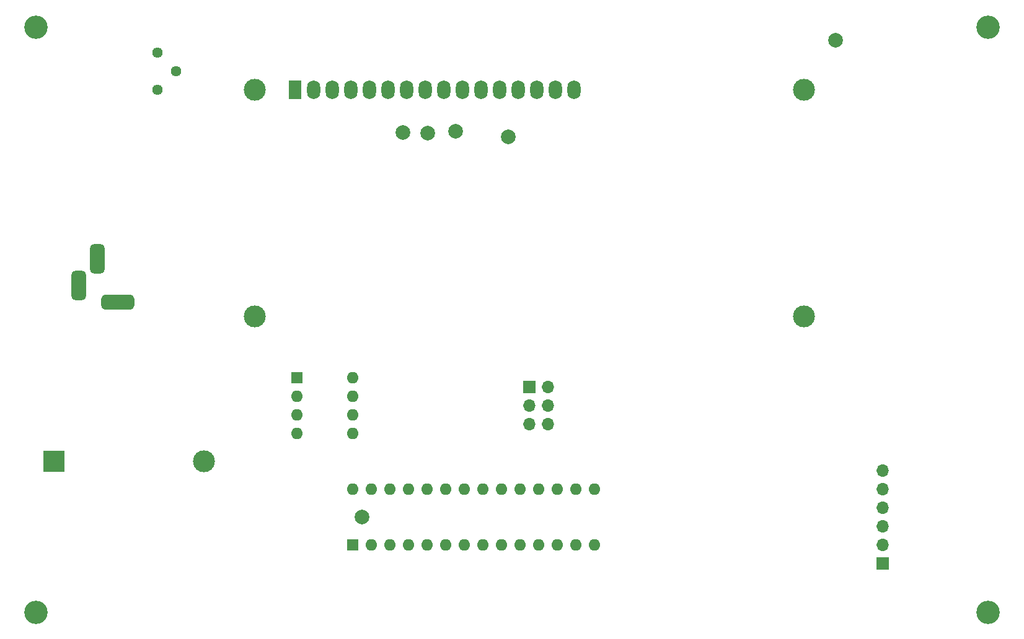
<source format=gbr>
%TF.GenerationSoftware,KiCad,Pcbnew,(6.0.5)*%
%TF.CreationDate,2022-07-22T19:51:40-04:00*%
%TF.ProjectId,Kyamaries-HPS-Clock,4b79616d-6172-4696-9573-2d4850532d43,rev?*%
%TF.SameCoordinates,PX4cdb1d4PY8a63396*%
%TF.FileFunction,Soldermask,Bot*%
%TF.FilePolarity,Negative*%
%FSLAX46Y46*%
G04 Gerber Fmt 4.6, Leading zero omitted, Abs format (unit mm)*
G04 Created by KiCad (PCBNEW (6.0.5)) date 2022-07-22 19:51:40*
%MOMM*%
%LPD*%
G01*
G04 APERTURE LIST*
G04 Aperture macros list*
%AMRoundRect*
0 Rectangle with rounded corners*
0 $1 Rounding radius*
0 $2 $3 $4 $5 $6 $7 $8 $9 X,Y pos of 4 corners*
0 Add a 4 corners polygon primitive as box body*
4,1,4,$2,$3,$4,$5,$6,$7,$8,$9,$2,$3,0*
0 Add four circle primitives for the rounded corners*
1,1,$1+$1,$2,$3*
1,1,$1+$1,$4,$5*
1,1,$1+$1,$6,$7*
1,1,$1+$1,$8,$9*
0 Add four rect primitives between the rounded corners*
20,1,$1+$1,$2,$3,$4,$5,0*
20,1,$1+$1,$4,$5,$6,$7,0*
20,1,$1+$1,$6,$7,$8,$9,0*
20,1,$1+$1,$8,$9,$2,$3,0*%
G04 Aperture macros list end*
%ADD10C,3.200000*%
%ADD11C,1.440000*%
%ADD12C,2.000000*%
%ADD13C,3.000000*%
%ADD14R,1.800000X2.600000*%
%ADD15O,1.800000X2.600000*%
%ADD16R,1.700000X1.700000*%
%ADD17O,1.700000X1.700000*%
%ADD18RoundRect,0.500000X0.500000X-1.500000X0.500000X1.500000X-0.500000X1.500000X-0.500000X-1.500000X0*%
%ADD19RoundRect,0.500000X-1.750000X-0.500000X1.750000X-0.500000X1.750000X0.500000X-1.750000X0.500000X0*%
%ADD20R,1.600000X1.600000*%
%ADD21O,1.600000X1.600000*%
%ADD22R,3.000000X3.000000*%
G04 APERTURE END LIST*
D10*
%TO.C,H4*%
X134410732Y5109910D03*
%TD*%
D11*
%TO.C,RV1*%
X21010732Y76529910D03*
X23550732Y79069910D03*
X21010732Y81609910D03*
%TD*%
D12*
%TO.C,TP2*%
X113578740Y83329643D03*
%TD*%
D13*
%TO.C,DS1*%
X34311632Y76529910D03*
X109310212Y45529210D03*
X34311632Y45529210D03*
X109310732Y76529910D03*
D14*
X39810732Y76529910D03*
D15*
X42350732Y76529910D03*
X44890732Y76529910D03*
X47430732Y76529910D03*
X49970732Y76529910D03*
X52510732Y76529910D03*
X55050732Y76529910D03*
X57590732Y76529910D03*
X60130732Y76529910D03*
X62670732Y76529910D03*
X65210732Y76529910D03*
X67750732Y76529910D03*
X70290732Y76529910D03*
X72830732Y76529910D03*
X75370732Y76529910D03*
X77910732Y76529910D03*
%TD*%
D16*
%TO.C,J1*%
X120070732Y11759910D03*
D17*
X120070732Y14299910D03*
X120070732Y16839910D03*
X120070732Y19379910D03*
X120070732Y21919910D03*
X120070732Y24459910D03*
%TD*%
D16*
%TO.C,J3*%
X71810732Y35889910D03*
D17*
X74350732Y35889910D03*
X71810732Y33349910D03*
X74350732Y33349910D03*
X71810732Y30809910D03*
X74350732Y30809910D03*
%TD*%
D10*
%TO.C,H2*%
X134410732Y85109910D03*
%TD*%
D18*
%TO.C,J2*%
X12745628Y53449010D03*
X10245628Y49749010D03*
D19*
X15545628Y47449010D03*
%TD*%
D10*
%TO.C,H3*%
X4410732Y5109910D03*
%TD*%
D20*
%TO.C,U3*%
X40033426Y37166191D03*
D21*
X40033426Y34626191D03*
X40033426Y32086191D03*
X40033426Y29546191D03*
X47653426Y29546191D03*
X47653426Y32086191D03*
X47653426Y34626191D03*
X47653426Y37166191D03*
%TD*%
D10*
%TO.C,H1*%
X4410732Y85109910D03*
%TD*%
D20*
%TO.C,U1*%
X47690732Y14309910D03*
D21*
X50230732Y14309910D03*
X52770732Y14309910D03*
X55310732Y14309910D03*
X57850732Y14309910D03*
X60390732Y14309910D03*
X62930732Y14309910D03*
X65470732Y14309910D03*
X68010732Y14309910D03*
X70550732Y14309910D03*
X73090732Y14309910D03*
X75630732Y14309910D03*
X78170732Y14309910D03*
X80710732Y14309910D03*
X80710732Y21929910D03*
X78170732Y21929910D03*
X75630732Y21929910D03*
X73090732Y21929910D03*
X70550732Y21929910D03*
X68010732Y21929910D03*
X65470732Y21929910D03*
X62930732Y21929910D03*
X60390732Y21929910D03*
X57850732Y21929910D03*
X55310732Y21929910D03*
X52770732Y21929910D03*
X50230732Y21929910D03*
X47690732Y21929910D03*
%TD*%
D12*
%TO.C,TP1*%
X48950732Y18109910D03*
%TD*%
%TO.C,TP3*%
X54507499Y70693392D03*
%TD*%
%TO.C,TP4*%
X57885331Y70624617D03*
%TD*%
%TO.C,TP6*%
X68910377Y70082663D03*
%TD*%
%TO.C,TP5*%
X61735622Y70830941D03*
%TD*%
D22*
%TO.C,BT1*%
X6857046Y25729926D03*
D13*
X27347046Y25729926D03*
%TD*%
M02*

</source>
